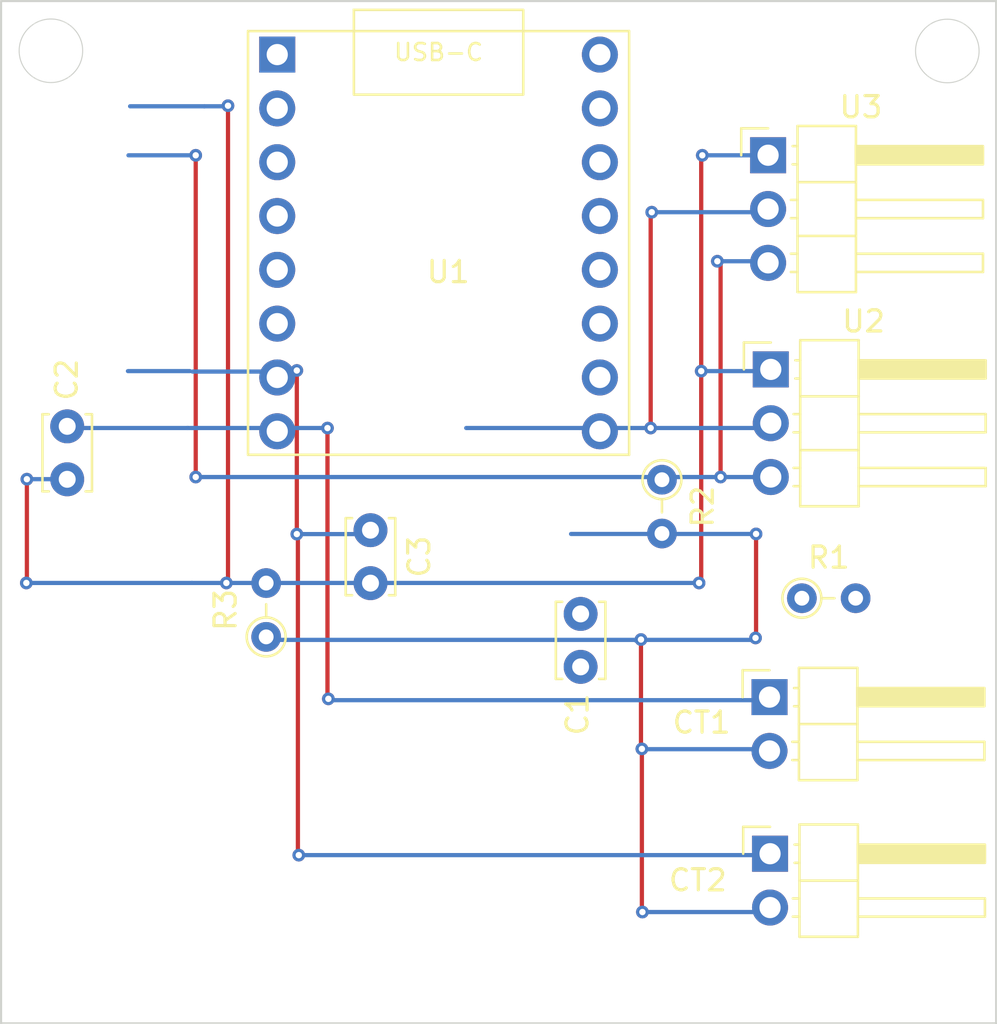
<source format=kicad_pcb>
(kicad_pcb (version 20241229) (generator "pcbnew") (generator_version "9.0")
  (layers (0 "F.Cu" signal) (2 "B.Cu" signal) (13 "F.Paste" user) (15 "B.Paste" user) (5 "F.SilkS" user "F.Silkscreen") (7 "B.SilkS" user "B.Silkscreen") (1 "F.Mask" user) (3 "B.Mask" user) (25 "Edge.Cuts" user))
  (net 0 "")
  (net 1 "Earth")
  (net 2 "Net-(CT1-Sleeve)")
  (net 3 "Net-(CT1-Tip)")
  (net 4 "Net-(CT2-Tip)")
  (net 5 "+3.3V")
  (net 6 "Net-(U1-GPIO3{slash}A3)")
  (footprint "Resistor_THT:R_Axial_DIN0204_L3.6mm_D1.6mm_P2.54mm_Vertical" (layer "F.Cu") (at 155.0416 100.126 -90)
    (property "Reference" "R2" (at 1.27 -1.92 90) (layer "F.SilkS"))
    (property "Value" "1K" (hide yes))
    (fp_line (start 0.92 0) (end 1.54 0) (stroke (width 0.12)) (layer "F.SilkS"))
    (fp_circle (center 0 0) (end 0.92 0) (stroke (width 0.12)) (fill no) (layer "F.SilkS"))
    (pad "1" thru_hole circle (at 0 0 270) (size 1.4 1.4) (drill 0.7) (layers "*.Cu" "*.Mask") (net 5 "+3.3V"))
    (pad "2" thru_hole circle (at 2.54 0 270) (size 1.4 1.4) (drill 0.7) (layers "*.Cu" "*.Mask") (net 2 "Net-(CT1-Sleeve)"))
  )
  (footprint "Connector_PinHeader_2.54mm:PinHeader_1x03_P2.54mm_Horizontal" (layer "F.Cu") (at 160.0546 84.8106)
    (property "Reference" "U3" (at 4.385 -2.27 0) (layer "F.SilkS"))
    (property "Value" "DS18B20" (hide yes))
    (fp_line (start -1.27 -1.27) (end 0 -1.27) (stroke (width 0.12)) (layer "F.SilkS"))
    (fp_line (start -1.27 0) (end -1.27 -1.27) (stroke (width 0.12)) (layer "F.SilkS"))
    (fp_line (start 1.077358 2.11) (end 1.39 2.11) (stroke (width 0.12)) (layer "F.SilkS"))
    (fp_line (start 1.077358 2.97) (end 1.39 2.97) (stroke (width 0.12)) (layer "F.SilkS"))
    (fp_line (start 1.077358 4.65) (end 1.39 4.65) (stroke (width 0.12)) (layer "F.SilkS"))
    (fp_line (start 1.077358 5.51) (end 1.39 5.51) (stroke (width 0.12)) (layer "F.SilkS"))
    (fp_line (start 1.16 -0.43) (end 1.39 -0.43) (stroke (width 0.12)) (layer "F.SilkS"))
    (fp_line (start 1.16 0.43) (end 1.39 0.43) (stroke (width 0.12)) (layer "F.SilkS"))
    (fp_line (start 1.39 -1.38) (end 1.39 6.46) (stroke (width 0.12)) (layer "F.SilkS"))
    (fp_line (start 1.39 1.27) (end 4.15 1.27) (stroke (width 0.12)) (layer "F.SilkS"))
    (fp_line (start 1.39 3.81) (end 4.15 3.81) (stroke (width 0.12)) (layer "F.SilkS"))
    (fp_line (start 1.39 6.46) (end 4.15 6.46) (stroke (width 0.12)) (layer "F.SilkS"))
    (fp_line (start 4.15 -1.38) (end 1.39 -1.38) (stroke (width 0.12)) (layer "F.SilkS"))
    (fp_line (start 4.15 2.11) (end 10.15 2.11) (stroke (width 0.12)) (layer "F.SilkS"))
    (fp_line (start 4.15 4.65) (end 10.15 4.65) (stroke (width 0.12)) (layer "F.SilkS"))
    (fp_line (start 4.15 6.46) (end 4.15 -1.38) (stroke (width 0.12)) (layer "F.SilkS"))
    (fp_line (start 10.15 2.11) (end 10.15 2.97) (stroke (width 0.12)) (layer "F.SilkS"))
    (fp_line (start 10.15 2.97) (end 4.15 2.97) (stroke (width 0.12)) (layer "F.SilkS"))
    (fp_line (start 10.15 4.65) (end 10.15 5.51) (stroke (width 0.12)) (layer "F.SilkS"))
    (fp_line (start 10.15 5.51) (end 4.15 5.51) (stroke (width 0.12)) (layer "F.SilkS"))
    (fp_rect (start 4.15 -0.43) (end 10.15 0.43) (stroke (width 0.12)) (fill yes) (layer "F.SilkS"))
    (pad "1" thru_hole rect (at 0 0) (size 1.7 1.7) (drill 1) (layers "*.Cu" "*.Mask") (net 1 "Earth"))
    (pad "2" thru_hole circle (at 0 2.54) (size 1.7 1.7) (drill 1) (layers "*.Cu" "*.Mask") (net 6 "Net-(U1-GPIO3{slash}A3)"))
    (pad "3" thru_hole circle (at 0 5.08) (size 1.7 1.7) (drill 1) (layers "*.Cu" "*.Mask") (net 5 "+3.3V"))
  )
  (footprint "Connector_PinHeader_2.54mm:PinHeader_1x02_P2.54mm_Horizontal" (layer "F.Cu") (at 160.147 117.7798)
    (property "Reference" "CT2" (at -3.4128 1.2496 0) (layer "F.SilkS"))
    (property "Value" "Blower")
    (fp_line (start -1.27 -1.27) (end 0 -1.27) (stroke (width 0.12)) (layer "F.SilkS"))
    (fp_line (start -1.27 0) (end -1.27 -1.27) (stroke (width 0.12)) (layer "F.SilkS"))
    (fp_line (start 1.077358 2.11) (end 1.39 2.11) (stroke (width 0.12)) (layer "F.SilkS"))
    (fp_line (start 1.077358 2.97) (end 1.39 2.97) (stroke (width 0.12)) (layer "F.SilkS"))
    (fp_line (start 1.16 -0.43) (end 1.39 -0.43) (stroke (width 0.12)) (layer "F.SilkS"))
    (fp_line (start 1.16 0.43) (end 1.39 0.43) (stroke (width 0.12)) (layer "F.SilkS"))
    (fp_line (start 1.39 -1.38) (end 1.39 3.92) (stroke (width 0.12)) (layer "F.SilkS"))
    (fp_line (start 1.39 1.27) (end 4.15 1.27) (stroke (width 0.12)) (layer "F.SilkS"))
    (fp_line (start 1.39 3.92) (end 4.15 3.92) (stroke (width 0.12)) (layer "F.SilkS"))
    (fp_line (start 4.15 -1.38) (end 1.39 -1.38) (stroke (width 0.12)) (layer "F.SilkS"))
    (fp_line (start 4.15 2.11) (end 10.15 2.11) (stroke (width 0.12)) (layer "F.SilkS"))
    (fp_line (start 4.15 3.92) (end 4.15 -1.38) (stroke (width 0.12)) (layer "F.SilkS"))
    (fp_line (start 10.15 2.11) (end 10.15 2.97) (stroke (width 0.12)) (layer "F.SilkS"))
    (fp_line (start 10.15 2.97) (end 4.15 2.97) (stroke (width 0.12)) (layer "F.SilkS"))
    (fp_rect (start 4.15 -0.43) (end 10.15 0.43) (stroke (width 0.12)) (fill yes) (layer "F.SilkS"))
    (pad "1" thru_hole rect (at 0 0) (size 1.7 1.7) (drill 1) (layers "*.Cu" "*.Mask") (net 4 "Net-(CT2-Tip)"))
    (pad "2" thru_hole circle (at 0 2.54) (size 1.7 1.7) (drill 1) (layers "*.Cu" "*.Mask") (net 2 "Net-(CT1-Sleeve)"))
  )
  (footprint "Resistor_THT:R_Axial_DIN0204_L3.6mm_D1.6mm_P2.54mm_Vertical" (layer "F.Cu") (at 136.3472 107.5444 90)
    (property "Reference" "R3" (at 1.27 -1.92 90) (layer "F.SilkS"))
    (property "Value" "1K" (hide yes))
    (fp_line (start 0.92 0) (end 1.54 0) (stroke (width 0.12)) (layer "F.SilkS"))
    (fp_circle (center 0 0) (end 0.92 0) (stroke (width 0.12)) (fill no) (layer "F.SilkS"))
    (pad "1" thru_hole circle (at 0 0 90) (size 1.4 1.4) (drill 0.7) (layers "*.Cu" "*.Mask") (net 2 "Net-(CT1-Sleeve)"))
    (pad "2" thru_hole circle (at 2.54 0 90) (size 1.4 1.4) (drill 0.7) (layers "*.Cu" "*.Mask") (net 1 "Earth"))
  )
  (footprint "Capacitor_THT:C_Disc_D3.4mm_W2.1mm_P2.50mm" (layer "F.Cu") (at 126.9492 97.6068 -90)
    (property "Reference" "C2" (at -2.2044 0.0254 90) (layer "F.SilkS"))
    (property "Value" "0.1μF" (hide yes))
    (fp_line (start -0.57 1.17) (end -0.57 0.87) (stroke (width 0.12)) (layer "F.SilkS"))
    (fp_line (start 3.07 1.17) (end -0.57 1.17) (stroke (width 0.12)) (layer "F.SilkS"))
    (fp_line (start 3.07 0.87) (end 3.07 1.17) (stroke (width 0.12)) (layer "F.SilkS"))
    (fp_line (start -0.57 -0.87) (end -0.57 -1.17) (stroke (width 0.12)) (layer "F.SilkS"))
    (fp_line (start -0.57 -1.17) (end 3.07 -1.17) (stroke (width 0.12)) (layer "F.SilkS"))
    (fp_line (start 3.07 -1.17) (end 3.07 -0.87) (stroke (width 0.12)) (layer "F.SilkS"))
    (pad "1" thru_hole circle (at 0 0 270) (size 1.6 1.6) (drill 0.8) (layers "*.Cu" "*.Mask") (net 3 "Net-(CT1-Tip)"))
    (pad "2" thru_hole circle (at 2.5 0 270) (size 1.6 1.6) (drill 0.8) (layers "*.Cu" "*.Mask") (net 1 "Earth"))
  )
  (footprint "Resistor_THT:R_Axial_DIN0204_L3.6mm_D1.6mm_P2.54mm_Vertical" (layer "F.Cu") (at 161.65 105.72)
    (property "Reference" "R1" (at 1.27 -1.92 0) (layer "F.SilkS"))
    (property "Value" "4.7K" (hide yes))
    (fp_line (start 0.92 0) (end 1.54 0) (stroke (width 0.12)) (layer "F.SilkS"))
    (fp_circle (center 0 0) (end 0.92 0) (stroke (width 0.12)) (fill no) (layer "F.SilkS"))
    (pad "1" thru_hole circle (at 0 0) (size 1.4 1.4) (drill 0.7) (layers "*.Cu" "*.Mask") (net 5 "+3.3V"))
    (pad "2" thru_hole circle (at 2.54 0) (size 1.4 1.4) (drill 0.7) (layers "*.Cu" "*.Mask") (net 6 "Net-(U1-GPIO3{slash}A3)"))
  )
  (footprint "Connector_PinHeader_2.54mm:PinHeader_1x02_P2.54mm_Horizontal" (layer "F.Cu") (at 160.1216 110.3884)
    (property "Reference" "CT1" (at -3.2096 1.1988 0) (layer "F.SilkS"))
    (property "Value" "Pump")
    (fp_line (start -1.27 -1.27) (end 0 -1.27) (stroke (width 0.12)) (layer "F.SilkS"))
    (fp_line (start -1.27 0) (end -1.27 -1.27) (stroke (width 0.12)) (layer "F.SilkS"))
    (fp_line (start 1.077358 2.11) (end 1.39 2.11) (stroke (width 0.12)) (layer "F.SilkS"))
    (fp_line (start 1.077358 2.97) (end 1.39 2.97) (stroke (width 0.12)) (layer "F.SilkS"))
    (fp_line (start 1.16 -0.43) (end 1.39 -0.43) (stroke (width 0.12)) (layer "F.SilkS"))
    (fp_line (start 1.16 0.43) (end 1.39 0.43) (stroke (width 0.12)) (layer "F.SilkS"))
    (fp_line (start 1.39 -1.38) (end 1.39 3.92) (stroke (width 0.12)) (layer "F.SilkS"))
    (fp_line (start 1.39 1.27) (end 4.15 1.27) (stroke (width 0.12)) (layer "F.SilkS"))
    (fp_line (start 1.39 3.92) (end 4.15 3.92) (stroke (width 0.12)) (layer "F.SilkS"))
    (fp_line (start 4.15 -1.38) (end 1.39 -1.38) (stroke (width 0.12)) (layer "F.SilkS"))
    (fp_line (start 4.15 2.11) (end 10.15 2.11) (stroke (width 0.12)) (layer "F.SilkS"))
    (fp_line (start 4.15 3.92) (end 4.15 -1.38) (stroke (width 0.12)) (layer "F.SilkS"))
    (fp_line (start 10.15 2.11) (end 10.15 2.97) (stroke (width 0.12)) (layer "F.SilkS"))
    (fp_line (start 10.15 2.97) (end 4.15 2.97) (stroke (width 0.12)) (layer "F.SilkS"))
    (fp_rect (start 4.15 -0.43) (end 10.15 0.43) (stroke (width 0.12)) (fill yes) (layer "F.SilkS"))
    (pad "1" thru_hole rect (at 0 0) (size 1.7 1.7) (drill 1) (layers "*.Cu" "*.Mask") (net 3 "Net-(CT1-Tip)"))
    (pad "2" thru_hole circle (at 0 2.54) (size 1.7 1.7) (drill 1) (layers "*.Cu" "*.Mask") (net 2 "Net-(CT1-Sleeve)"))
  )
  (footprint "Capacitor_THT:C_Disc_D3.4mm_W2.1mm_P2.50mm" (layer "F.Cu") (at 151.2 106.46 -90)
    (property "Reference" "C1" (at 4.7498 0.1524 90) (layer "F.SilkS"))
    (property "Value" "10μF" (hide yes))
    (fp_line (start -0.57 1.17) (end -0.57 0.87) (stroke (width 0.12)) (layer "F.SilkS"))
    (fp_line (start 3.07 1.17) (end -0.57 1.17) (stroke (width 0.12)) (layer "F.SilkS"))
    (fp_line (start 3.07 0.87) (end 3.07 1.17) (stroke (width 0.12)) (layer "F.SilkS"))
    (fp_line (start -0.57 -0.87) (end -0.57 -1.17) (stroke (width 0.12)) (layer "F.SilkS"))
    (fp_line (start -0.57 -1.17) (end 3.07 -1.17) (stroke (width 0.12)) (layer "F.SilkS"))
    (fp_line (start 3.07 -1.17) (end 3.07 -0.87) (stroke (width 0.12)) (layer "F.SilkS"))
    (pad "1" thru_hole circle (at 0 0 270) (size 1.6 1.6) (drill 0.8) (layers "*.Cu" "*.Mask") (net 2 "Net-(CT1-Sleeve)"))
    (pad "2" thru_hole circle (at 2.5 0 270) (size 1.6 1.6) (drill 0.8) (layers "*.Cu" "*.Mask") (net 1 "Earth"))
  )
  (footprint "my-esp32:ESP32-C3-OLED" (layer "F.Cu") (at 144.49 88.95)
    (property "Reference" "U1" (at 0.4572 1.3716 0) (layer "F.SilkS"))
    (property "Value" "ESP32-C3-0.42-OLED" (hide yes))
    (fp_line (start -9 -10) (end -9 10) (stroke (width 0.12)) (layer "F.SilkS"))
    (fp_line (start -9 -10) (end 9 -10) (stroke (width 0.12)) (layer "F.SilkS"))
    (fp_line (start -9 10) (end 9 10) (stroke (width 0.12)) (layer "F.SilkS"))
    (fp_line (start 9 -10) (end 9 10) (stroke (width 0.12)) (layer "F.SilkS"))
    (fp_rect (start -4 -11) (end 4 -7) (stroke (width 0.12)) (fill no) (layer "F.SilkS"))
    (fp_text user "USB-C" (at 0 -9 0) (layer "F.SilkS") (effects (font (size 0.8 0.8) (thickness 0.12))))
    (pad "1" thru_hole rect (at -7.62 -8.89) (size 1.7 1.7) (drill 1) (layers "*.Cu" "*.Mask"))
    (pad "2" thru_hole circle (at -7.62 -6.35) (size 1.7 1.7) (drill 1) (layers "*.Cu" "*.Mask") (net 1 "Earth"))
    (pad "3" thru_hole circle (at -7.62 -3.81) (size 1.7 1.7) (drill 1) (layers "*.Cu" "*.Mask") (net 5 "+3.3V"))
    (pad "4" thru_hole circle (at -7.62 -1.27) (size 1.7 1.7) (drill 1) (layers "*.Cu" "*.Mask"))
    (pad "5" thru_hole circle (at -7.62 1.27) (size 1.7 1.7) (drill 1) (layers "*.Cu" "*.Mask"))
    (pad "6" thru_hole circle (at -7.62 3.81) (size 1.7 1.7) (drill 1) (layers "*.Cu" "*.Mask"))
    (pad "7" thru_hole circle (at -7.62 6.35) (size 1.7 1.7) (drill 1) (layers "*.Cu" "*.Mask") (net 4 "Net-(CT2-Tip)"))
    (pad "8" thru_hole circle (at -7.62 8.89) (size 1.7 1.7) (drill 1) (layers "*.Cu" "*.Mask") (net 3 "Net-(CT1-Tip)"))
    (pad "9" thru_hole circle (at 7.62 8.89) (size 1.7 1.7) (drill 1) (layers "*.Cu" "*.Mask") (net 6 "Net-(U1-GPIO3{slash}A3)"))
    (pad "10" thru_hole circle (at 7.62 6.35) (size 1.7 1.7) (drill 1) (layers "*.Cu" "*.Mask"))
    (pad "11" thru_hole circle (at 7.62 3.81) (size 1.7 1.7) (drill 1) (layers "*.Cu" "*.Mask"))
    (pad "12" thru_hole circle (at 7.62 1.27) (size 1.7 1.7) (drill 1) (layers "*.Cu" "*.Mask"))
    (pad "13" thru_hole circle (at 7.62 -1.27) (size 1.7 1.7) (drill 1) (layers "*.Cu" "*.Mask"))
    (pad "14" thru_hole circle (at 7.62 -3.81) (size 1.7 1.7) (drill 1) (layers "*.Cu" "*.Mask"))
    (pad "15" thru_hole circle (at 7.62 -6.35) (size 1.7 1.7) (drill 1) (layers "*.Cu" "*.Mask"))
    (pad "16" thru_hole circle (at 7.62 -8.89) (size 1.7 1.7) (drill 1) (layers "*.Cu" "*.Mask"))
  )
  (footprint "Connector_PinHeader_2.54mm:PinHeader_1x03_P2.54mm_Horizontal" (layer "F.Cu") (at 160.1816 94.9198)
    (property "Reference" "U2" (at 4.385 -2.27 0) (layer "F.SilkS"))
    (property "Value" "DS18B20" (hide yes))
    (fp_line (start -1.27 -1.27) (end 0 -1.27) (stroke (width 0.12)) (layer "F.SilkS"))
    (fp_line (start -1.27 0) (end -1.27 -1.27) (stroke (width 0.12)) (layer "F.SilkS"))
    (fp_line (start 1.077358 2.11) (end 1.39 2.11) (stroke (width 0.12)) (layer "F.SilkS"))
    (fp_line (start 1.077358 2.97) (end 1.39 2.97) (stroke (width 0.12)) (layer "F.SilkS"))
    (fp_line (start 1.077358 4.65) (end 1.39 4.65) (stroke (width 0.12)) (layer "F.SilkS"))
    (fp_line (start 1.077358 5.51) (end 1.39 5.51) (stroke (width 0.12)) (layer "F.SilkS"))
    (fp_line (start 1.16 -0.43) (end 1.39 -0.43) (stroke (width 0.12)) (layer "F.SilkS"))
    (fp_line (start 1.16 0.43) (end 1.39 0.43) (stroke (width 0.12)) (layer "F.SilkS"))
    (fp_line (start 1.39 -1.38) (end 1.39 6.46) (stroke (width 0.12)) (layer "F.SilkS"))
    (fp_line (start 1.39 1.27) (end 4.15 1.27) (stroke (width 0.12)) (layer "F.SilkS"))
    (fp_line (start 1.39 3.81) (end 4.15 3.81) (stroke (width 0.12)) (layer "F.SilkS"))
    (fp_line (start 1.39 6.46) (end 4.15 6.46) (stroke (width 0.12)) (layer "F.SilkS"))
    (fp_line (start 4.15 -1.38) (end 1.39 -1.38) (stroke (width 0.12)) (layer "F.SilkS"))
    (fp_line (start 4.15 2.11) (end 10.15 2.11) (stroke (width 0.12)) (layer "F.SilkS"))
    (fp_line (start 4.15 4.65) (end 10.15 4.65) (stroke (width 0.12)) (layer "F.SilkS"))
    (fp_line (start 4.15 6.46) (end 4.15 -1.38) (stroke (width 0.12)) (layer "F.SilkS"))
    (fp_line (start 10.15 2.11) (end 10.15 2.97) (stroke (width 0.12)) (layer "F.SilkS"))
    (fp_line (start 10.15 2.97) (end 4.15 2.97) (stroke (width 0.12)) (layer "F.SilkS"))
    (fp_line (start 10.15 4.65) (end 10.15 5.51) (stroke (width 0.12)) (layer "F.SilkS"))
    (fp_line (start 10.15 5.51) (end 4.15 5.51) (stroke (width 0.12)) (layer "F.SilkS"))
    (fp_rect (start 4.15 -0.43) (end 10.15 0.43) (stroke (width 0.12)) (fill yes) (layer "F.SilkS"))
    (pad "1" thru_hole rect (at 0 0) (size 1.7 1.7) (drill 1) (layers "*.Cu" "*.Mask") (net 1 "Earth"))
    (pad "2" thru_hole circle (at 0 2.54) (size 1.7 1.7) (drill 1) (layers "*.Cu" "*.Mask") (net 6 "Net-(U1-GPIO3{slash}A3)"))
    (pad "3" thru_hole circle (at 0 5.08) (size 1.7 1.7) (drill 1) (layers "*.Cu" "*.Mask") (net 5 "+3.3V"))
  )
  (footprint "Capacitor_THT:C_Disc_D3.4mm_W2.1mm_P2.50mm" (layer "F.Cu") (at 141.2748 102.509 -90)
    (property "Reference" "C3" (at 1.25 -2.3 90) (layer "F.SilkS"))
    (property "Value" "0.1μF" (hide yes))
    (fp_line (start -0.57 1.17) (end -0.57 0.87) (stroke (width 0.12)) (layer "F.SilkS"))
    (fp_line (start 3.07 1.17) (end -0.57 1.17) (stroke (width 0.12)) (layer "F.SilkS"))
    (fp_line (start 3.07 0.87) (end 3.07 1.17) (stroke (width 0.12)) (layer "F.SilkS"))
    (fp_line (start -0.57 -0.87) (end -0.57 -1.17) (stroke (width 0.12)) (layer "F.SilkS"))
    (fp_line (start -0.57 -1.17) (end 3.07 -1.17) (stroke (width 0.12)) (layer "F.SilkS"))
    (fp_line (start 3.07 -1.17) (end 3.07 -0.87) (stroke (width 0.12)) (layer "F.SilkS"))
    (pad "1" thru_hole circle (at 0 0 270) (size 1.6 1.6) (drill 0.8) (layers "*.Cu" "*.Mask") (net 4 "Net-(CT2-Tip)"))
    (pad "2" thru_hole circle (at 2.5 0 270) (size 1.6 1.6) (drill 0.8) (layers "*.Cu" "*.Mask") (net 1 "Earth"))
  )
  (gr_circle (center 126.18 79.88) (end 127.68 79.88) (stroke (width 0.05)) (fill no) (layer "Edge.Cuts"))
  (gr_rect (start 123.825 77.5335) (end 170.825 125.7835) (stroke (width 0.1)) (fill no) (layer "Edge.Cuts"))
  (gr_circle (center 168.52 79.89) (end 170.02 79.89) (stroke (width 0.05)) (fill no) (layer "Edge.Cuts"))
  (segment (start 134.5438 104.9238) (end 134.4676 105) (width 0.2) (layer "F.Cu") (net 1))
  (segment (start 156.8958 95) (end 156.8958 104.9274) (width 0.2) (layer "F.Cu") (net 1))
  (segment (start 156.8958 104.9274) (end 156.8196 105.0036) (width 0.2) (layer "F.Cu") (net 1))
  (segment (start 156.8958 84.8106) (end 156.9466 84.7598) (width 0.2) (layer "F.Cu") (net 1))
  (segment (start 125.0442 100.1014) (end 125.0442 104.9746) (width 0.2) (layer "F.Cu") (net 1))
  (segment (start 125.0442 104.9746) (end 125.0188 105) (width 0.2) (layer "F.Cu") (net 1))
  (segment (start 156.8958 95) (end 156.8958 84.8106) (width 0.2) (layer "F.Cu") (net 1))
  (segment (start 134.5438 82.4738) (end 134.5438 104.9238) (width 0.2) (layer "F.Cu") (net 1))
  (via (at 134.5438 82.4738) (size 0.6) (drill 0.3) (layers "F.Cu" "B.Cu") (net 1))
  (via (at 125.0188 105) (size 0.6) (drill 0.3) (layers "F.Cu" "B.Cu") (net 1))
  (via (at 125.0442 100.1014) (size 0.6) (drill 0.3) (layers "F.Cu" "B.Cu") (net 1))
  (via (at 156.8958 95) (size 0.6) (drill 0.3) (layers "F.Cu" "B.Cu") (net 1))
  (via (at 156.7942 105) (size 0.6) (drill 0.3) (layers "F.Cu" "B.Cu") (net 1))
  (via (at 156.9466 84.814) (size 0.6) (drill 0.3) (layers "F.Cu" "B.Cu") (net 1))
  (via (at 134.4676 105) (size 0.6) (drill 0.3) (layers "F.Cu" "B.Cu") (net 1))
  (segment (start 133.4262 82.5) (end 134.6192 82.5) (width 0.2) (layer "B.Cu") (net 1))
  (segment (start 125.0442 100.1014) (end 126.9438 100.1014) (width 0.2) (layer "B.Cu") (net 1))
  (segment (start 125.0188 105) (end 132.842 105) (width 0.2) (layer "B.Cu") (net 1))
  (segment (start 156.9466 84.814) (end 160.1216 84.814) (width 0.2) (layer "B.Cu") (net 1))
  (segment (start 134.6192 82.5) (end 134.6708 82.4484) (width 0.2) (layer "B.Cu") (net 1))
  (segment (start 132.842 105) (end 134.4676 105) (width 0.2) (layer "B.Cu") (net 1))
  (segment (start 126.9438 100.1014) (end 126.9492 100.1068) (width 0.2) (layer "B.Cu") (net 1))
  (segment (start 134.4676 105) (end 156.7942 105) (width 0.2) (layer "B.Cu") (net 1))
  (segment (start 129.921 82.5) (end 133.4262 82.5) (width 0.2) (layer "B.Cu") (net 1))
  (segment (start 156.8958 95) (end 160.1724 95) (width 0.2) (layer "B.Cu") (net 1))
  (segment (start 154.051 107.6706) (end 154.051 112.8268) (width 0.2) (layer "F.Cu") (net 2))
  (segment (start 154.0926 120.5066) (end 154.118 120.532) (width 0.2) (layer "F.Cu") (net 2))
  (segment (start 154.0926 112.8318) (end 154.0926 120.5066) (width 0.2) (layer "F.Cu") (net 2))
  (segment (start 159.4866 107.569) (end 159.4612 107.5944) (width 0.2) (layer "F.Cu") (net 2))
  (segment (start 159.4866 102.686) (end 159.4866 107.569) (width 0.2) (layer "F.Cu") (net 2))
  (via (at 159.4612 107.5944) (size 0.6) (drill 0.3) (layers "F.Cu" "B.Cu") (net 2))
  (via (at 159.4866 102.686) (size 0.6) (drill 0.3) (layers "F.Cu" "B.Cu") (net 2))
  (via (at 154.118 120.532) (size 0.6) (drill 0.3) (layers "F.Cu" "B.Cu") (net 2))
  (via (at 154.051 107.6706) (size 0.6) (drill 0.3) (layers "F.Cu" "B.Cu") (net 2))
  (via (at 154.0926 112.8318) (size 0.6) (drill 0.3) (layers "F.Cu" "B.Cu") (net 2))
  (segment (start 154.168 107.686) (end 159.4358 107.686) (width 0.2) (layer "B.Cu") (net 2))
  (segment (start 159.4612 107.5944) (end 159.4612 107.6606) (width 0.2) (layer "B.Cu") (net 2))
  (segment (start 154.0002 107.7214) (end 153.817 107.7214) (width 0.2) (layer "B.Cu") (net 2))
  (segment (start 154.1068 112.846) (end 160.1632 112.846) (width 0.2) (layer "B.Cu") (net 2))
  (segment (start 154.051 107.6706) (end 154.1018 107.7214) (width 0.2) (layer "B.Cu") (net 2))
  (segment (start 154.0784 112.846) (end 154.0926 112.8318) (width 0.2) (layer "B.Cu") (net 2))
  (segment (start 153.817 107.7214) (end 153.7816 107.686) (width 0.2) (layer "B.Cu") (net 2))
  (segment (start 154.1018 107.7214) (end 154.1326 107.7214) (width 0.2) (layer "B.Cu") (net 2))
  (segment (start 154.051 107.6706) (end 154.0002 107.7214) (width 0.2) (layer "B.Cu") (net 2))
  (segment (start 154.1326 107.7214) (end 154.168 107.686) (width 0.2) (layer "B.Cu") (net 2))
  (segment (start 154.118 120.532) (end 160.1632 120.532) (width 0.2) (layer "B.Cu") (net 2))
  (segment (start 150.749 102.686) (end 159.4612 102.686) (width 0.2) (layer "B.Cu") (net 2))
  (segment (start 153.7816 107.686) (end 136.2964 107.686) (width 0.2) (layer "B.Cu") (net 2))
  (segment (start 154.0926 112.8318) (end 154.1068 112.846) (width 0.2) (layer "B.Cu") (net 2))
  (segment (start 159.4612 102.686) (end 159.4866 102.686) (width 0.2) (layer "B.Cu") (net 2))
  (segment (start 159.4612 107.6606) (end 159.4358 107.686) (width 0.2) (layer "B.Cu") (net 2))
  (segment (start 139.2428 97.6884) (end 139.2428 110.4646) (width 0.2) (layer "F.Cu") (net 3))
  (segment (start 139.2844 110.4696) (end 139.2336 110.5204) (width 0.2) (layer "F.Cu") (net 3))
  (via (at 139.2844 110.4696) (size 0.6) (drill 0.3) (layers "F.Cu" "B.Cu") (net 3))
  (via (at 139.2428 97.6884) (size 0.6) (drill 0.3) (layers "F.Cu" "B.Cu") (net 3))
  (segment (start 139.2844 110.4696) (end 139.3468 110.532) (width 0.2) (layer "B.Cu") (net 3))
  (segment (start 139.2404 97.686) (end 139.2428 97.6884) (width 0.2) (layer "B.Cu") (net 3))
  (segment (start 139.222 110.532) (end 139.2844 110.4696) (width 0.2) (layer "B.Cu") (net 3))
  (segment (start 139.3468 110.532) (end 160.1124 110.532) (width 0.2) (layer "B.Cu") (net 3))
  (segment (start 132.6388 97.686) (end 139.2404 97.686) (width 0.2) (layer "B.Cu") (net 3))
  (segment (start 126.3396 97.686) (end 132.6388 97.686) (width 0.2) (layer "B.Cu") (net 3))
  (segment (start 137.8458 102.8446) (end 137.7696 102.7684) (width 0.2) (layer "F.Cu") (net 4))
  (segment (start 137.8458 117.856) (end 137.8458 102.8446) (width 0.2) (layer "F.Cu") (net 4))
  (segment (start 137.795 94.9706) (end 137.795 102.6922) (width 0.2) (layer "F.Cu") (net 4))
  (via (at 137.795 94.9706) (size 0.6) (drill 0.3) (layers "F.Cu" "B.Cu") (net 4))
  (via (at 137.795 102.6922) (size 0.6) (drill 0.3) (layers "F.Cu" "B.Cu") (net 4))
  (via (at 137.8874 117.846) (size 0.6) (drill 0.3) (layers "F.Cu" "B.Cu") (net 4))
  (segment (start 137.7442 95.0214) (end 137.795 94.9706) (width 0.2) (layer "B.Cu") (net 4))
  (segment (start 141.0916 102.6922) (end 141.2748 102.509) (width 0.2) (layer "B.Cu") (net 4))
  (segment (start 137.7696 102.6922) (end 141.0916 102.6922) (width 0.2) (layer "B.Cu") (net 4))
  (segment (start 129.8194 95) (end 132.7404 95) (width 0.2) (layer "B.Cu") (net 4))
  (segment (start 137.862 117.846) (end 160.2648 117.846) (width 0.2) (layer "B.Cu") (net 4))
  (segment (start 132.8674 95.0214) (end 137.7442 95.0214) (width 0.2) (layer "B.Cu") (net 4))
  (segment (start 133.0198 99.8474) (end 133.1214 99.949) (width 0.2) (layer "F.Cu") (net 5))
  (segment (start 133.0198 84.814) (end 133.0198 99.8474) (width 0.2) (layer "F.Cu") (net 5))
  (segment (start 157.8102 100) (end 157.8102 89.916) (width 0.2) (layer "F.Cu") (net 5))
  (segment (start 157.8102 89.916) (end 157.7086 89.8144) (width 0.2) (layer "F.Cu") (net 5))
  (via (at 157.6578 89.814) (size 0.6) (drill 0.3) (layers "F.Cu" "B.Cu") (net 5))
  (via (at 157.8102 100) (size 0.6) (drill 0.3) (layers "F.Cu" "B.Cu") (net 5))
  (via (at 133.0198 100) (size 0.6) (drill 0.3) (layers "F.Cu" "B.Cu") (net 5))
  (via (at 133.0198 84.814) (size 0.6) (drill 0.3) (layers "F.Cu" "B.Cu") (net 5))
  (segment (start 129.8448 84.814) (end 133.0198 84.814) (width 0.2) (layer "B.Cu") (net 5))
  (segment (start 157.8102 100) (end 160.1978 100) (width 0.2) (layer "B.Cu") (net 5))
  (segment (start 157.8102 100) (end 133.0198 100) (width 0.2) (layer "B.Cu") (net 5))
  (segment (start 157.6578 89.814) (end 160.02 89.814) (width 0.2) (layer "B.Cu") (net 5))
  (segment (start 154.5082 97.686) (end 154.5082 87.5284) (width 0.2) (layer "F.Cu") (net 6))
  (segment (start 154.5082 87.5284) (end 154.5844 87.4522) (width 0.2) (layer "F.Cu") (net 6))
  (via (at 154.5082 97.686) (size 0.6) (drill 0.3) (layers "F.Cu" "B.Cu") (net 6))
  (via (at 154.559 87.5) (size 0.6) (drill 0.3) (layers "F.Cu" "B.Cu") (net 6))
  (segment (start 145.796 97.686) (end 154.5082 97.686) (width 0.2) (layer "B.Cu") (net 6))
  (segment (start 154.559 87.5) (end 160.0708 87.5) (width 0.2) (layer "B.Cu") (net 6))
  (segment (start 154.5082 97.686) (end 160.1724 97.686) (width 0.2) (layer "B.Cu") (net 6))
)
</source>
